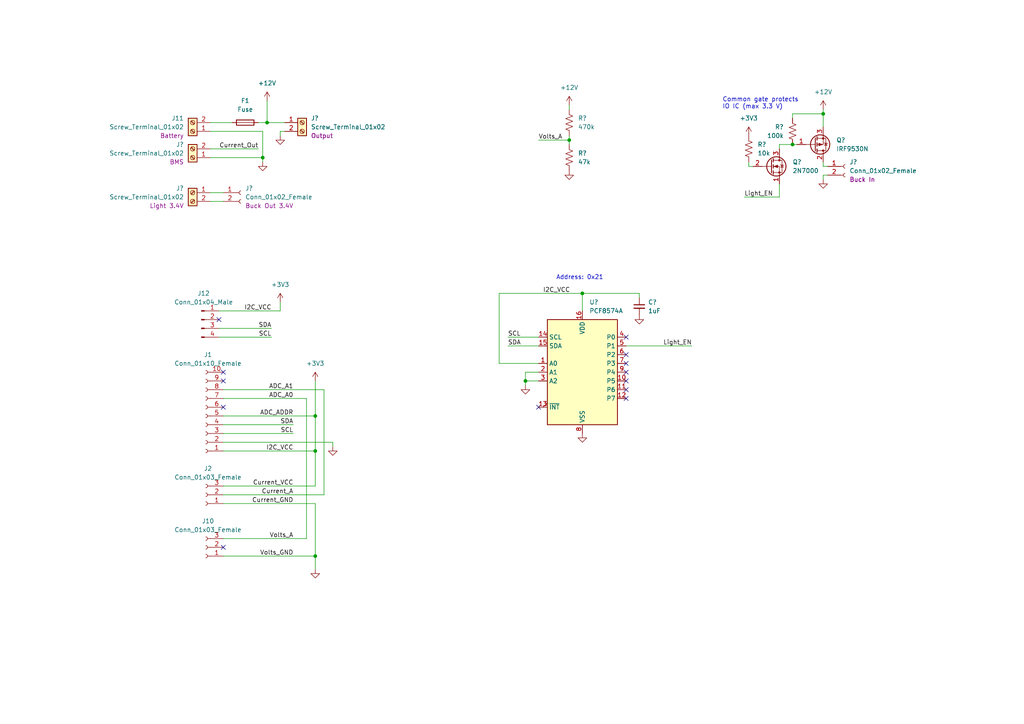
<source format=kicad_sch>
(kicad_sch (version 20211123) (generator eeschema)
  (paper "A4")
  (lib_symbols
    (symbol "Connector:Conn_01x02_Female" (pin_names (offset 1.016) hide)
      (property "Reference" "J" (at 0 2.54 0))
      (property "Value" "Conn_01x02_Female" (at 0 -5.08 0))
      (symbol "Conn_01x02_Female_1_1"
        (arc (start 0 -2.032) (mid -0.508 -2.54) (end 0 -3.048) (stroke (width 0.1524)))
        (polyline (pts (xy -1.27 -2.54) (xy -0.508 -2.54)) (stroke (width 0.1524)))
        (polyline (pts (xy -1.27 0) (xy -0.508 0)) (stroke (width 0.1524)))
        (arc (start 0 0.508) (mid -0.508 0) (end 0 -0.508) (stroke (width 0.1524)))
        (pin passive line (at -5.08 0 0) (length 3.81) (name "Pin_1") (number "1"))
        (pin passive line (at -5.08 -2.54 0) (length 3.81) (name "Pin_2") (number "2"))
      )
    )
    (symbol "Connector:Conn_01x03_Female" (pin_names (offset 1.016) hide)
      (property "Reference" "J" (at 0 5.08 0))
      (property "Value" "Conn_01x03_Female" (at 0 -5.08 0))
      (symbol "Conn_01x03_Female_1_1"
        (arc (start 0 -2.032) (mid -0.508 -2.54) (end 0 -3.048) (stroke (width 0.1524)))
        (polyline (pts (xy -1.27 -2.54) (xy -0.508 -2.54)) (stroke (width 0.1524)))
        (polyline (pts (xy -1.27 0) (xy -0.508 0)) (stroke (width 0.1524)))
        (polyline (pts (xy -1.27 2.54) (xy -0.508 2.54)) (stroke (width 0.1524)))
        (arc (start 0 0.508) (mid -0.508 0) (end 0 -0.508) (stroke (width 0.1524)))
        (arc (start 0 3.048) (mid -0.508 2.54) (end 0 2.032) (stroke (width 0.1524)))
        (pin passive line (at -5.08 2.54 0) (length 3.81) (name "Pin_1") (number "1"))
        (pin passive line (at -5.08 0 0) (length 3.81) (name "Pin_2") (number "2"))
        (pin passive line (at -5.08 -2.54 0) (length 3.81) (name "Pin_3") (number "3"))
      )
    )
    (symbol "Connector:Conn_01x04_Male" (pin_names (offset 1.016) hide)
      (property "Reference" "J" (at 0 5.08 0))
      (property "Value" "Conn_01x04_Male" (at 0 -7.62 0))
      (symbol "Conn_01x04_Male_1_1"
        (polyline (pts (xy 1.27 -5.08) (xy 0.8636 -5.08)) (stroke (width 0.1524)))
        (polyline (pts (xy 1.27 -2.54) (xy 0.8636 -2.54)) (stroke (width 0.1524)))
        (polyline (pts (xy 1.27 0) (xy 0.8636 0)) (stroke (width 0.1524)))
        (polyline (pts (xy 1.27 2.54) (xy 0.8636 2.54)) (stroke (width 0.1524)))
        (rectangle (start 0.8636 -4.953) (end 0 -5.207) (stroke (width 0.1524)) (fill (type outline)))
        (rectangle (start 0.8636 -2.413) (end 0 -2.667) (stroke (width 0.1524)) (fill (type outline)))
        (rectangle (start 0.8636 0.127) (end 0 -0.127) (stroke (width 0.1524)) (fill (type outline)))
        (rectangle (start 0.8636 2.667) (end 0 2.413) (stroke (width 0.1524)) (fill (type outline)))
        (pin passive line (at 5.08 2.54 180) (length 3.81) (name "Pin_1") (number "1"))
        (pin passive line (at 5.08 0 180) (length 3.81) (name "Pin_2") (number "2"))
        (pin passive line (at 5.08 -2.54 180) (length 3.81) (name "Pin_3") (number "3"))
        (pin passive line (at 5.08 -5.08 180) (length 3.81) (name "Pin_4") (number "4"))
      )
    )
    (symbol "Connector:Conn_01x10_Female" (pin_names (offset 1.016) hide)
      (property "Reference" "J" (at 0 12.7 0))
      (property "Value" "Conn_01x10_Female" (at 0 -15.24 0))
      (symbol "Conn_01x10_Female_1_1"
        (arc (start 0 -12.192) (mid -0.508 -12.7) (end 0 -13.208) (stroke (width 0.1524)))
        (arc (start 0 -9.652) (mid -0.508 -10.16) (end 0 -10.668) (stroke (width 0.1524)))
        (arc (start 0 -7.112) (mid -0.508 -7.62) (end 0 -8.128) (stroke (width 0.1524)))
        (arc (start 0 -4.572) (mid -0.508 -5.08) (end 0 -5.588) (stroke (width 0.1524)))
        (arc (start 0 -2.032) (mid -0.508 -2.54) (end 0 -3.048) (stroke (width 0.1524)))
        (polyline (pts (xy -1.27 -12.7) (xy -0.508 -12.7)) (stroke (width 0.1524)))
        (polyline (pts (xy -1.27 -10.16) (xy -0.508 -10.16)) (stroke (width 0.1524)))
        (polyline (pts (xy -1.27 -7.62) (xy -0.508 -7.62)) (stroke (width 0.1524)))
        (polyline (pts (xy -1.27 -5.08) (xy -0.508 -5.08)) (stroke (width 0.1524)))
        (polyline (pts (xy -1.27 -2.54) (xy -0.508 -2.54)) (stroke (width 0.1524)))
        (polyline (pts (xy -1.27 0) (xy -0.508 0)) (stroke (width 0.1524)))
        (polyline (pts (xy -1.27 2.54) (xy -0.508 2.54)) (stroke (width 0.1524)))
        (polyline (pts (xy -1.27 5.08) (xy -0.508 5.08)) (stroke (width 0.1524)))
        (polyline (pts (xy -1.27 7.62) (xy -0.508 7.62)) (stroke (width 0.1524)))
        (polyline (pts (xy -1.27 10.16) (xy -0.508 10.16)) (stroke (width 0.1524)))
        (arc (start 0 0.508) (mid -0.508 0) (end 0 -0.508) (stroke (width 0.1524)))
        (arc (start 0 3.048) (mid -0.508 2.54) (end 0 2.032) (stroke (width 0.1524)))
        (arc (start 0 5.588) (mid -0.508 5.08) (end 0 4.572) (stroke (width 0.1524)))
        (arc (start 0 8.128) (mid -0.508 7.62) (end 0 7.112) (stroke (width 0.1524)))
        (arc (start 0 10.668) (mid -0.508 10.16) (end 0 9.652) (stroke (width 0.1524)))
        (pin passive line (at -5.08 10.16 0) (length 3.81) (name "Pin_1") (number "1"))
        (pin passive line (at -5.08 -12.7 0) (length 3.81) (name "Pin_10") (number "10"))
        (pin passive line (at -5.08 7.62 0) (length 3.81) (name "Pin_2") (number "2"))
        (pin passive line (at -5.08 5.08 0) (length 3.81) (name "Pin_3") (number "3"))
        (pin passive line (at -5.08 2.54 0) (length 3.81) (name "Pin_4") (number "4"))
        (pin passive line (at -5.08 0 0) (length 3.81) (name "Pin_5") (number "5"))
        (pin passive line (at -5.08 -2.54 0) (length 3.81) (name "Pin_6") (number "6"))
        (pin passive line (at -5.08 -5.08 0) (length 3.81) (name "Pin_7") (number "7"))
        (pin passive line (at -5.08 -7.62 0) (length 3.81) (name "Pin_8") (number "8"))
        (pin passive line (at -5.08 -10.16 0) (length 3.81) (name "Pin_9") (number "9"))
      )
    )
    (symbol "Connector:Screw_Terminal_01x02" (pin_names (offset 1.016) hide)
      (property "Reference" "J" (at 0 2.54 0))
      (property "Value" "Screw_Terminal_01x02" (at 0 -5.08 0))
      (symbol "Screw_Terminal_01x02_1_1"
        (rectangle (start -1.27 1.27) (end 1.27 -3.81) (stroke (width 0.254)) (fill (type background)))
        (circle (center 0 -2.54) (radius 0.635) (stroke (width 0.1524)))
        (polyline (pts (xy -0.5334 -2.2098) (xy 0.3302 -3.048)) (stroke (width 0.1524)))
        (polyline (pts (xy -0.5334 0.3302) (xy 0.3302 -0.508)) (stroke (width 0.1524)))
        (polyline (pts (xy -0.3556 -2.032) (xy 0.508 -2.8702)) (stroke (width 0.1524)))
        (polyline (pts (xy -0.3556 0.508) (xy 0.508 -0.3302)) (stroke (width 0.1524)))
        (circle (center 0 0) (radius 0.635) (stroke (width 0.1524)))
        (pin passive line (at -5.08 0 0) (length 3.81) (name "Pin_1") (number "1"))
        (pin passive line (at -5.08 -2.54 0) (length 3.81) (name "Pin_2") (number "2"))
      )
    )
    (symbol "Device:C_Small" (pin_numbers hide) (pin_names (offset 0.254) hide)
      (property "Reference" "C" (at 0.254 1.778 0))
      (property "Value" "C_Small" (at 0.254 -2.032 0))
      (symbol "C_Small_0_1"
        (polyline (pts (xy -1.524 -0.508) (xy 1.524 -0.508)) (stroke (width 0.3302)))
        (polyline (pts (xy -1.524 0.508) (xy 1.524 0.508)) (stroke (width 0.3048)))
      )
      (symbol "C_Small_1_1"
        (pin passive line (at 0 2.54 270) (length 2.032) (name "~") (number "1"))
        (pin passive line (at 0 -2.54 90) (length 2.032) (name "~") (number "2"))
      )
    )
    (symbol "Device:Fuse" (pin_numbers hide) (pin_names (offset 0))
      (property "Reference" "F" (at 2.032 0 90))
      (property "Value" "Fuse" (at -1.905 0 90))
      (symbol "Fuse_0_1"
        (rectangle (start -0.762 -2.54) (end 0.762 2.54) (stroke (width 0.254)))
        (polyline (pts (xy 0 2.54) (xy 0 -2.54)))
      )
      (symbol "Fuse_1_1"
        (pin passive line (at 0 3.81 270) (length 1.27) (name "~") (number "1"))
        (pin passive line (at 0 -3.81 90) (length 1.27) (name "~") (number "2"))
      )
    )
    (symbol "Device:R_US" (pin_numbers hide) (pin_names (offset 0))
      (property "Reference" "R" (at 2.54 0 90))
      (property "Value" "R_US" (at -2.54 0 90))
      (symbol "R_US_0_1"
        (polyline (pts (xy 0 -2.286) (xy 0 -2.54)))
        (polyline (pts (xy 0 2.286) (xy 0 2.54)))
        (polyline (pts (xy 0 -0.762) (xy 1.016 -1.143) (xy 0 -1.524) (xy -1.016 -1.905) (xy 0 -2.286)))
        (polyline (pts (xy 0 0.762) (xy 1.016 0.381) (xy 0 0) (xy -1.016 -0.381) (xy 0 -0.762)))
        (polyline (pts (xy 0 2.286) (xy 1.016 1.905) (xy 0 1.524) (xy -1.016 1.143) (xy 0 0.762)))
      )
      (symbol "R_US_1_1"
        (pin passive line (at 0 3.81 270) (length 1.27) (name "~") (number "1"))
        (pin passive line (at 0 -3.81 90) (length 1.27) (name "~") (number "2"))
      )
    )
    (symbol "Interface_Expansion:PCF8574A"
      (property "Reference" "U" (at -8.89 16.51 0))
      (property "Value" "PCF8574A" (at 2.54 16.51 0))
      (symbol "PCF8574A_0_1"
        (rectangle (start -10.16 15.24) (end 10.16 -15.24) (stroke (width 0.254)) (fill (type background)))
      )
      (symbol "PCF8574A_1_1"
        (pin input line (at -12.7 2.54 0) (length 2.54) (name "A0") (number "1"))
        (pin bidirectional line (at 12.7 -2.54 180) (length 2.54) (name "P5") (number "10"))
        (pin bidirectional line (at 12.7 -5.08 180) (length 2.54) (name "P6") (number "11"))
        (pin bidirectional line (at 12.7 -7.62 180) (length 2.54) (name "P7") (number "12"))
        (pin open_collector output_low (at -12.7 -10.16 0) (length 2.54) (name "~{INT}") (number "13"))
        (pin input line (at -12.7 10.16 0) (length 2.54) (name "SCL") (number "14"))
        (pin bidirectional line (at -12.7 7.62 0) (length 2.54) (name "SDA") (number "15"))
        (pin power_in line (at 0 17.78 270) (length 2.54) (name "VDD") (number "16"))
        (pin input line (at -12.7 0 0) (length 2.54) (name "A1") (number "2"))
        (pin input line (at -12.7 -2.54 0) (length 2.54) (name "A2") (number "3"))
        (pin bidirectional line (at 12.7 10.16 180) (length 2.54) (name "P0") (number "4"))
        (pin bidirectional line (at 12.7 7.62 180) (length 2.54) (name "P1") (number "5"))
        (pin bidirectional line (at 12.7 5.08 180) (length 2.54) (name "P2") (number "6"))
        (pin bidirectional line (at 12.7 2.54 180) (length 2.54) (name "P3") (number "7"))
        (pin power_in line (at 0 -17.78 90) (length 2.54) (name "VSS") (number "8"))
        (pin bidirectional line (at 12.7 0 180) (length 2.54) (name "P4") (number "9"))
      )
    )
    (symbol "Transistor_FET:2N7000" (pin_names hide)
      (property "Reference" "Q" (at 5.08 1.905 0))
      (property "Value" "2N7000" (at 5.08 0 0))
      (symbol "2N7000_0_1"
        (polyline (pts (xy 0.254 0) (xy -2.54 0)))
        (polyline (pts (xy 0.254 1.905) (xy 0.254 -1.905)) (stroke (width 0.254)))
        (polyline (pts (xy 0.762 -1.27) (xy 0.762 -2.286)) (stroke (width 0.254)))
        (polyline (pts (xy 0.762 0.508) (xy 0.762 -0.508)) (stroke (width 0.254)))
        (polyline (pts (xy 0.762 2.286) (xy 0.762 1.27)) (stroke (width 0.254)))
        (polyline (pts (xy 2.54 2.54) (xy 2.54 1.778)))
        (polyline (pts (xy 2.54 -2.54) (xy 2.54 0) (xy 0.762 0)))
        (polyline (pts (xy 0.762 -1.778) (xy 3.302 -1.778) (xy 3.302 1.778) (xy 0.762 1.778)))
        (polyline (pts (xy 1.016 0) (xy 2.032 0.381) (xy 2.032 -0.381) (xy 1.016 0)) (fill (type outline)))
        (polyline (pts (xy 2.794 0.508) (xy 2.921 0.381) (xy 3.683 0.381) (xy 3.81 0.254)))
        (polyline (pts (xy 3.302 0.381) (xy 2.921 -0.254) (xy 3.683 -0.254) (xy 3.302 0.381)))
        (circle (center 1.651 0) (radius 2.794) (stroke (width 0.254)))
        (circle (center 2.54 -1.778) (radius 0.254) (fill (type outline)))
        (circle (center 2.54 1.778) (radius 0.254) (fill (type outline)))
      )
      (symbol "2N7000_1_1"
        (pin passive line (at 2.54 -5.08 90) (length 2.54) (name "S") (number "1"))
        (pin input line (at -5.08 0 0) (length 2.54) (name "G") (number "2"))
        (pin passive line (at 2.54 5.08 270) (length 2.54) (name "D") (number "3"))
      )
    )
    (symbol "Transistor_FET:IRF9540N" (pin_names hide)
      (property "Reference" "Q" (at 5.08 1.905 0))
      (property "Value" "IRF9540N" (at 5.08 0 0))
      (symbol "IRF9540N_0_1"
        (polyline (pts (xy 0.254 0) (xy -2.54 0)))
        (polyline (pts (xy 0.254 1.905) (xy 0.254 -1.905)) (stroke (width 0.254)))
        (polyline (pts (xy 0.762 -1.27) (xy 0.762 -2.286)) (stroke (width 0.254)))
        (polyline (pts (xy 0.762 0.508) (xy 0.762 -0.508)) (stroke (width 0.254)))
        (polyline (pts (xy 0.762 2.286) (xy 0.762 1.27)) (stroke (width 0.254)))
        (polyline (pts (xy 2.54 2.54) (xy 2.54 1.778)))
        (polyline (pts (xy 2.54 -2.54) (xy 2.54 0) (xy 0.762 0)))
        (polyline (pts (xy 0.762 1.778) (xy 3.302 1.778) (xy 3.302 -1.778) (xy 0.762 -1.778)))
        (polyline (pts (xy 2.286 0) (xy 1.27 0.381) (xy 1.27 -0.381) (xy 2.286 0)) (fill (type outline)))
        (polyline (pts (xy 2.794 -0.508) (xy 2.921 -0.381) (xy 3.683 -0.381) (xy 3.81 -0.254)))
        (polyline (pts (xy 3.302 -0.381) (xy 2.921 0.254) (xy 3.683 0.254) (xy 3.302 -0.381)))
        (circle (center 1.651 0) (radius 2.794) (stroke (width 0.254)))
        (circle (center 2.54 -1.778) (radius 0.254) (fill (type outline)))
        (circle (center 2.54 1.778) (radius 0.254) (fill (type outline)))
      )
      (symbol "IRF9540N_1_1"
        (pin input line (at -5.08 0 0) (length 2.54) (name "G") (number "1"))
        (pin passive line (at 2.54 5.08 270) (length 2.54) (name "D") (number "2"))
        (pin passive line (at 2.54 -5.08 90) (length 2.54) (name "S") (number "3"))
      )
    )
    (symbol "power:+12V" (power) (pin_names (offset 0))
      (property "Value" "+12V" (at 0 3.556 0))
      (symbol "+12V_0_1"
        (polyline (pts (xy -0.762 1.27) (xy 0 2.54)))
        (polyline (pts (xy 0 0) (xy 0 2.54)))
        (polyline (pts (xy 0 2.54) (xy 0.762 1.27)))
      )
      (symbol "+12V_1_1"
        (pin power_in line (at 0 0 90) (length 0) hide (name "+12V") (number "1"))
      )
    )
    (symbol "power:+3.3V" (power) (pin_names (offset 0))
      (property "Value" "+3.3V" (at 0 3.556 0))
      (symbol "+3.3V_0_1"
        (polyline (pts (xy -0.762 1.27) (xy 0 2.54)))
        (polyline (pts (xy 0 0) (xy 0 2.54)))
        (polyline (pts (xy 0 2.54) (xy 0.762 1.27)))
      )
      (symbol "+3.3V_1_1"
        (pin power_in line (at 0 0 90) (length 0) hide (name "+3V3") (number "1"))
      )
    )
    (symbol "power:GND" (power) (pin_names (offset 0))
      (property "Value" "GND" (at 0 -3.81 0))
      (symbol "GND_0_1"
        (polyline (pts (xy 0 0) (xy 0 -1.27) (xy 1.27 -1.27) (xy 0 -2.54) (xy -1.27 -1.27) (xy 0 -1.27)))
      )
      (symbol "GND_1_1"
        (pin power_in line (at 0 0 270) (length 0) hide (name "GND") (number "1"))
      )
    )
  )
  (junction (at 229.87 41.91))
  (junction (at 76.2 45.72))
  (junction (at 91.44 120.65))
  (junction (at 168.91 85.09))
  (junction (at 152.4 110.49))
  (junction (at 238.76 33.02))
  (junction (at 165.1 40.64))
  (junction (at 91.44 130.81))
  (junction (at 77.47 35.56))
  (junction (at 91.44 161.29))
  (no_connect (at 63.5 92.71))
  (no_connect (at 64.77 118.11))
  (no_connect (at 64.77 110.49))
  (no_connect (at 64.77 107.95))
  (no_connect (at 64.77 158.75))
  (no_connect (at 156.21 118.11))
  (no_connect (at 181.61 115.57))
  (no_connect (at 181.61 113.03))
  (no_connect (at 181.61 110.49))
  (no_connect (at 181.61 107.95))
  (no_connect (at 181.61 105.41))
  (no_connect (at 181.61 102.87))
  (no_connect (at 181.61 97.79))
  (wire (pts (xy 218.44 48.26) (xy 217.17 48.26)))
  (wire (pts (xy 238.76 33.02) (xy 238.76 36.83)))
  (wire (pts (xy 63.5 95.25) (xy 78.74 95.25)))
  (wire (pts (xy 91.44 161.29) (xy 91.44 165.1)))
  (wire (pts (xy 64.77 140.97) (xy 91.44 140.97)))
  (wire (pts (xy 215.9 57.15) (xy 226.06 57.15)))
  (wire (pts (xy 229.87 34.29) (xy 229.87 33.02)))
  (wire (pts (xy 64.77 123.19) (xy 85.09 123.19)))
  (wire (pts (xy 238.76 50.8) (xy 238.76 52.07)))
  (wire (pts (xy 60.96 43.18) (xy 74.93 43.18)))
  (wire (pts (xy 147.32 100.33) (xy 156.21 100.33)))
  (wire (pts (xy 60.96 58.42) (xy 64.77 58.42)))
  (wire (pts (xy 81.28 38.1) (xy 81.28 39.37)))
  (wire (pts (xy 229.87 33.02) (xy 238.76 33.02)))
  (wire (pts (xy 91.44 120.65) (xy 91.44 130.81)))
  (wire (pts (xy 64.77 146.05) (xy 91.44 146.05)))
  (wire (pts (xy 144.78 85.09) (xy 168.91 85.09)))
  (wire (pts (xy 226.06 41.91) (xy 229.87 41.91)))
  (wire (pts (xy 60.96 55.88) (xy 64.77 55.88)))
  (wire (pts (xy 63.5 97.79) (xy 78.74 97.79)))
  (wire (pts (xy 64.77 113.03) (xy 93.98 113.03)))
  (wire (pts (xy 91.44 130.81) (xy 91.44 140.97)))
  (wire (pts (xy 165.1 31.75) (xy 165.1 30.48)))
  (wire (pts (xy 60.96 35.56) (xy 67.31 35.56)))
  (wire (pts (xy 81.28 87.63) (xy 81.28 90.17)))
  (wire (pts (xy 238.76 31.75) (xy 238.76 33.02)))
  (wire (pts (xy 240.03 50.8) (xy 238.76 50.8)))
  (wire (pts (xy 156.21 40.64) (xy 165.1 40.64)))
  (wire (pts (xy 76.2 38.1) (xy 76.2 45.72)))
  (wire (pts (xy 93.98 113.03) (xy 93.98 143.51)))
  (wire (pts (xy 76.2 45.72) (xy 76.2 46.99)))
  (wire (pts (xy 168.91 85.09) (xy 168.91 90.17)))
  (wire (pts (xy 64.77 143.51) (xy 93.98 143.51)))
  (wire (pts (xy 64.77 130.81) (xy 91.44 130.81)))
  (wire (pts (xy 64.77 128.27) (xy 96.52 128.27)))
  (wire (pts (xy 96.52 128.27) (xy 96.52 129.54)))
  (wire (pts (xy 168.91 85.09) (xy 185.42 85.09)))
  (wire (pts (xy 238.76 48.26) (xy 240.03 48.26)))
  (wire (pts (xy 152.4 107.95) (xy 152.4 110.49)))
  (wire (pts (xy 217.17 48.26) (xy 217.17 46.99)))
  (wire (pts (xy 165.1 39.37) (xy 165.1 40.64)))
  (wire (pts (xy 152.4 110.49) (xy 156.21 110.49)))
  (wire (pts (xy 81.28 38.1) (xy 82.55 38.1)))
  (wire (pts (xy 152.4 107.95) (xy 156.21 107.95)))
  (wire (pts (xy 60.96 38.1) (xy 76.2 38.1)))
  (wire (pts (xy 147.32 97.79) (xy 156.21 97.79)))
  (wire (pts (xy 64.77 125.73) (xy 85.09 125.73)))
  (wire (pts (xy 152.4 110.49) (xy 152.4 111.76)))
  (wire (pts (xy 165.1 40.64) (xy 165.1 41.91)))
  (wire (pts (xy 185.42 85.09) (xy 185.42 86.36)))
  (wire (pts (xy 226.06 57.15) (xy 226.06 53.34)))
  (wire (pts (xy 88.9 115.57) (xy 88.9 156.21)))
  (wire (pts (xy 63.5 90.17) (xy 81.28 90.17)))
  (wire (pts (xy 144.78 105.41) (xy 156.21 105.41)))
  (wire (pts (xy 77.47 29.21) (xy 77.47 35.56)))
  (wire (pts (xy 144.78 85.09) (xy 144.78 105.41)))
  (wire (pts (xy 60.96 45.72) (xy 76.2 45.72)))
  (wire (pts (xy 64.77 156.21) (xy 88.9 156.21)))
  (wire (pts (xy 91.44 161.29) (xy 91.44 146.05)))
  (wire (pts (xy 74.93 35.56) (xy 77.47 35.56)))
  (wire (pts (xy 64.77 120.65) (xy 91.44 120.65)))
  (wire (pts (xy 229.87 41.91) (xy 231.14 41.91)))
  (wire (pts (xy 64.77 115.57) (xy 88.9 115.57)))
  (wire (pts (xy 77.47 35.56) (xy 82.55 35.56)))
  (wire (pts (xy 226.06 43.18) (xy 226.06 41.91)))
  (wire (pts (xy 64.77 161.29) (xy 91.44 161.29)))
  (wire (pts (xy 181.61 100.33) (xy 200.66 100.33)))
  (wire (pts (xy 91.44 110.49) (xy 91.44 120.65)))
  (wire (pts (xy 238.76 46.99) (xy 238.76 48.26)))
  (text "Common gate protects \nIO IC (max 3.3 V)" (at 209.55 31.75 0) (effects (font (size 1.27 1.27)) (justify left bottom)))
  (text "Address: 0x21 " (at 161.29 81.28 0) (effects (font (size 1.27 1.27)) (justify left bottom)))
  (label "SCL" (at 85.09 125.73 180))
  (label "Current_GND" (at 85.09 146.05 180))
  (label "I2C_VCC" (at 157.48 85.09 0))
  (label "Volts_A" (at 156.21 40.64 0))
  (label "Volts_A" (at 85.09 156.21 180))
  (label "SCL" (at 78.74 97.79 180))
  (label "ADC_A1" (at 85.09 113.03 180))
  (label "I2C_VCC" (at 85.09 130.81 180))
  (label "SCL" (at 147.32 97.79 0))
  (label "Current_Out" (at 74.93 43.18 180))
  (label "ADC_A0" (at 85.09 115.57 180))
  (label "SDA" (at 85.09 123.19 180))
  (label "SDA" (at 78.74 95.25 180))
  (label "Light_EN" (at 215.9 57.15 0))
  (label "Current_A" (at 85.09 143.51 180))
  (label "Light_EN" (at 200.66 100.33 180))
  (label "Current_VCC" (at 85.09 140.97 180))
  (label "SDA" (at 147.32 100.33 0))
  (label "Volts_GND" (at 85.09 161.29 180))
  (label "ADC_ADDR" (at 85.09 120.65 180))
  (label "I2C_VCC" (at 78.74 90.17 180))
  (symbol (lib_id "power:GND") (at 91.44 165.1 0) (unit 1)
    (property "Reference" "#PWR0132" (effects hide))
    (property "Value" "GND" (effects hide))
  )
  (symbol (lib_id "Connector:Conn_01x04_Male") (at 58.42 92.71 0) (unit 1)
    (property "Reference" "J12" (at 59.055 85.09 0))
    (property "Value" "Conn_01x04_Male" (at 59.055 87.63 0))
    (property "Footprint" "Connector_Molex:Molex_KK-254_AE-6410-04A_1x04_P2.54mm_Vertical" (effects hide))
  )
  (symbol (lib_id "power:GND") (at 238.76 52.07 0) (mirror y) (unit 1)
    (property "Reference" "#PWR?" (effects hide))
    (property "Value" "GND" (effects hide))
  )
  (symbol (lib_id "Connector:Conn_01x02_Female") (at 69.85 55.88 0) (unit 1)
    (property "Reference" "J?" (at 71.12 54.6099 0) (effects (justify left)))
    (property "Value" "Conn_01x02_Female" (at 71.12 57.1499 0) (effects (justify left)))
    (property "Footprint" "Connector_PinHeader_2.54mm:PinHeader_1x03_P2.54mm_Vertical" (effects hide))
    (property "Label" "Buck Out 3.4V" (at 71.12 59.6899 0) (effects (justify left)))
  )
  (symbol (lib_id "Connector:Conn_01x10_Female") (at 59.69 120.65 180) (unit 1)
    (property "Reference" "J1" (at 60.325 102.87 0))
    (property "Value" "Conn_01x10_Female" (at 60.325 105.41 0))
    (property "Footprint" "Connector_PinHeader_2.54mm:PinHeader_1x10_P2.54mm_Vertical" (effects hide))
  )
  (symbol (lib_id "power:+12V") (at 77.47 29.21 0) (unit 1)
    (property "Reference" "#PWR?" (effects hide))
    (property "Value" "+12V" (at 77.47 24.13 0))
  )
  (symbol (lib_id "Connector:Conn_01x02_Female") (at 245.11 48.26 0) (unit 1)
    (property "Reference" "J?" (at 246.38 46.9899 0) (effects (justify left)))
    (property "Value" "Conn_01x02_Female" (at 246.38 49.5299 0) (effects (justify left)))
    (property "Footprint" "Connector_PinHeader_2.54mm:PinHeader_1x03_P2.54mm_Vertical" (effects hide))
    (property "Label" "Buck In" (at 246.38 52.0699 0) (effects (justify left)))
  )
  (symbol (lib_id "Transistor_FET:2N7000") (at 223.52 48.26 0) (unit 1)
    (property "Reference" "Q?" (at 229.87 46.9899 0) (effects (justify left)))
    (property "Value" "2N7000" (at 229.87 49.5299 0) (effects (justify left)))
    (property "Footprint" "Package_TO_SOT_THT:TO-92_Inline" (effects hide))
    (property "Datasheet" "https://www.onsemi.com/pub/Collateral/NDS7002A-D.PDF" (effects hide))
  )
  (symbol (lib_id "Device:R_US") (at 165.1 45.72 0) (unit 1)
    (property "Reference" "R?" (at 167.64 44.4499 0) (effects (justify left)))
    (property "Value" "47k" (at 167.64 46.9899 0) (effects (justify left)))
  )
  (symbol (lib_id "Device:R_US") (at 217.17 43.18 0) (unit 1)
    (property "Reference" "R?" (at 219.71 41.9099 0) (effects (justify left)))
    (property "Value" "10k" (at 219.71 44.4499 0) (effects (justify left)))
  )
  (symbol (lib_id "Connector:Screw_Terminal_01x02") (at 55.88 45.72 180) (unit 1)
    (property "Reference" "J?" (at 53.34 41.9099 0) (effects (justify left)))
    (property "Value" "Screw_Terminal_01x02" (at 53.34 44.4499 0) (effects (justify left)))
    (property "Footprint" "TerminalBlock_Phoenix:TerminalBlock_Phoenix_MKDS-1,5-2-5.08_1x02_P5.08mm_Horizontal" (effects hide))
    (property "Label" "BMS" (at 53.34 46.9899 0) (effects (justify left)))
  )
  (symbol (lib_id "Connector:Screw_Terminal_01x02") (at 55.88 38.1 180) (unit 1)
    (property "Reference" "J11" (at 53.34 34.2899 0) (effects (justify left)))
    (property "Value" "Screw_Terminal_01x02" (at 53.34 36.8299 0) (effects (justify left)))
    (property "Footprint" "TerminalBlock_Phoenix:TerminalBlock_Phoenix_MKDS-1,5-2-5.08_1x02_P5.08mm_Horizontal" (effects hide))
    (property "Label" "Battery" (at 53.34 39.3699 0) (effects (justify left)))
  )
  (symbol (lib_id "power:GND") (at 81.28 39.37 0) (unit 1)
    (property "Reference" "#PWR?" (effects hide))
    (property "Value" "GND" (effects hide))
  )
  (symbol (lib_id "Transistor_FET:IRF9540N") (at 236.22 41.91 0) (mirror x) (unit 1)
    (property "Reference" "Q?" (at 242.57 40.6399 0) (effects (justify left)))
    (property "Value" "IRF9530N" (at 242.57 43.1799 0) (effects (justify left)))
    (property "Footprint" "Package_TO_SOT_THT:TO-220-3_Vertical" (effects hide))
    (property "Datasheet" "https://www.infineon.com/dgdl/irf9530npbf.pdf?fileId=5546d462533600a401535611b9931dc1" (effects hide))
  )
  (symbol (lib_id "power:+3.3V") (at 91.44 110.49 0) (unit 1)
    (property "Reference" "#PWR?" (effects hide))
    (property "Value" "+3.3V" (at 91.44 105.41 0))
  )
  (symbol (lib_id "power:GND") (at 168.91 125.73 0) (unit 1)
    (property "Reference" "#PWR?" (effects hide))
    (property "Value" "GND" (effects hide))
  )
  (symbol (lib_id "Device:Fuse") (at 71.12 35.56 90) (unit 1)
    (property "Reference" "F1" (at 71.12 29.21 90))
    (property "Value" "Fuse" (at 71.12 31.75 90))
    (property "Footprint" "Fuse:Fuse_Blade_Mini_directSolder" (effects hide))
  )
  (symbol (lib_id "power:GND") (at 165.1 49.53 0) (unit 1)
    (property "Reference" "#PWR?" (effects hide))
    (property "Value" "GND" (effects hide))
  )
  (symbol (lib_id "power:GND") (at 185.42 91.44 0) (unit 1)
    (property "Reference" "#PWR?" (effects hide))
    (property "Value" "GND" (effects hide))
  )
  (symbol (lib_id "power:GND") (at 96.52 129.54 0) (unit 1)
    (property "Reference" "#PWR?" (effects hide))
    (property "Value" "GND" (effects hide))
  )
  (symbol (lib_id "Interface_Expansion:PCF8574A") (at 168.91 107.95 0) (unit 1)
    (property "Reference" "U?" (at 170.9294 87.63 0) (effects (justify left)))
    (property "Value" "PCF8574A" (at 170.9294 90.17 0) (effects (justify left)))
    (property "Datasheet" "http://www.nxp.com/documents/data_sheet/PCF8574_PCF8574A.pdf" (effects hide))
  )
  (symbol (lib_id "power:+12V") (at 238.76 31.75 0) (unit 1)
    (property "Reference" "#PWR?" (effects hide))
    (property "Value" "+12V" (at 238.76 26.67 0))
  )
  (symbol (lib_id "power:GND") (at 152.4 111.76 0) (unit 1)
    (property "Reference" "#PWR?" (effects hide))
    (property "Value" "GND" (effects hide))
  )
  (symbol (lib_id "Connector:Conn_01x03_Female") (at 59.69 143.51 180) (unit 1)
    (property "Reference" "J2" (at 60.325 135.89 0))
    (property "Value" "Conn_01x03_Female" (at 60.325 138.43 0))
    (property "Footprint" "Connector_PinHeader_2.54mm:PinHeader_1x03_P2.54mm_Vertical" (effects hide))
  )
  (symbol (lib_id "power:+3.3V") (at 217.17 39.37 0) (unit 1)
    (property "Reference" "#PWR?" (effects hide))
    (property "Value" "+3.3V" (at 217.17 34.29 0))
  )
  (symbol (lib_id "Device:R_US") (at 165.1 35.56 0) (unit 1)
    (property "Reference" "R?" (at 167.64 34.2899 0) (effects (justify left)))
    (property "Value" "470k" (at 167.64 36.8299 0) (effects (justify left)))
  )
  (symbol (lib_id "Device:C_Small") (at 185.42 88.9 0) (unit 1)
    (property "Reference" "C?" (at 187.96 87.6362 0) (effects (justify left)))
    (property "Value" "1uF" (at 187.96 90.1762 0) (effects (justify left)))
  )
  (symbol (lib_id "power:+12V") (at 165.1 30.48 0) (unit 1)
    (property "Reference" "#PWR?" (effects hide))
    (property "Value" "+12V" (at 165.1 25.4 0))
  )
  (symbol (lib_id "Device:R_US") (at 229.87 38.1 0) (unit 1)
    (property "Reference" "R?" (at 227.33 36.8299 0) (effects (justify right)))
    (property "Value" "100k" (at 227.33 39.3699 0) (effects (justify right)))
  )
  (symbol (lib_id "Connector:Screw_Terminal_01x02") (at 55.88 55.88 0) (mirror y) (unit 1)
    (property "Reference" "J?" (at 53.34 54.6099 0) (effects (justify left)))
    (property "Value" "Screw_Terminal_01x02" (at 53.34 57.1499 0) (effects (justify left)))
    (property "Footprint" "TerminalBlock_Phoenix:TerminalBlock_Phoenix_MKDS-1,5-2-5.08_1x02_P5.08mm_Horizontal" (effects hide))
    (property "Label" "Light 3.4V" (at 53.34 59.6899 0) (effects (justify left)))
  )
  (symbol (lib_id "Connector:Screw_Terminal_01x02") (at 87.63 35.56 0) (unit 1)
    (property "Reference" "J?" (at 90.17 34.2899 0) (effects (justify left)))
    (property "Value" "Screw_Terminal_01x02" (at 90.17 36.8299 0) (effects (justify left)))
    (property "Footprint" "TerminalBlock_Phoenix:TerminalBlock_Phoenix_MKDS-1,5-2-5.08_1x02_P5.08mm_Horizontal" (effects hide))
    (property "Label" "Output" (at 90.17 39.3699 0) (effects (justify left)))
  )
  (symbol (lib_id "power:GND") (at 76.2 46.99 0) (unit 1)
    (property "Reference" "#PWR0129" (effects hide))
    (property "Value" "GND" (effects hide))
  )
  (symbol (lib_id "power:+3.3V") (at 81.28 87.63 0) (unit 1)
    (property "Reference" "#PWR?" (effects hide))
    (property "Value" "+3.3V" (at 81.28 82.55 0))
  )
  (symbol (lib_id "Connector:Conn_01x03_Female") (at 59.69 158.75 180) (unit 1)
    (property "Reference" "J10" (at 60.325 151.13 0))
    (property "Value" "Conn_01x03_Female" (at 60.325 153.67 0))
    (property "Footprint" "Connector_PinHeader_2.54mm:PinHeader_1x03_P2.54mm_Vertical" (effects hide))
  )
)
</source>
